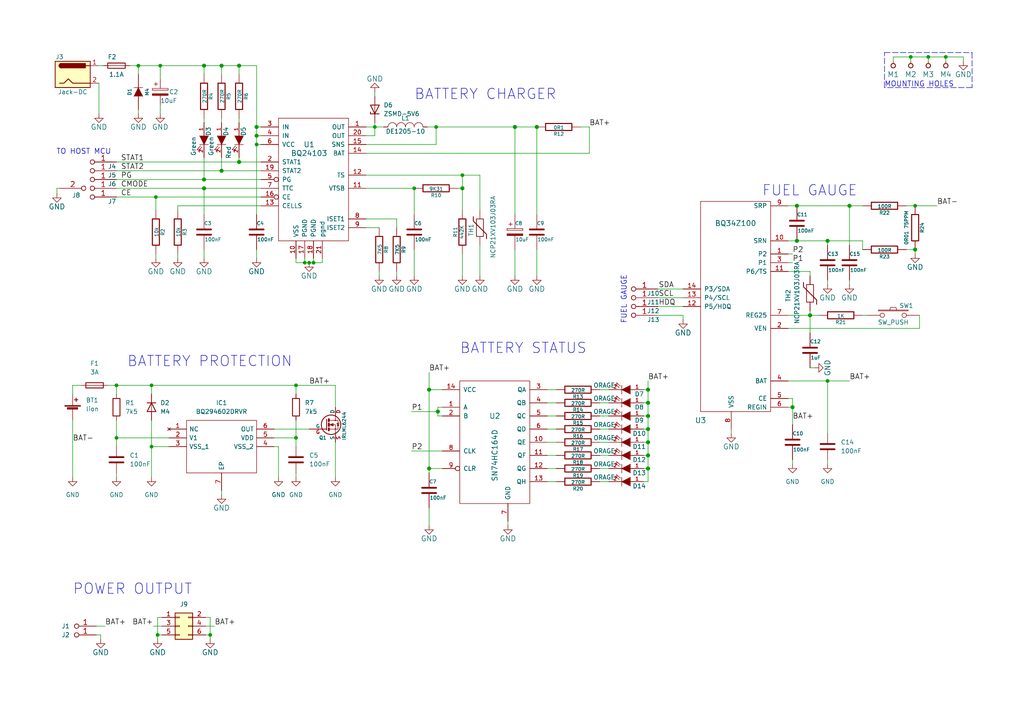
<source format=kicad_sch>
(kicad_sch (version 20211123) (generator eeschema)
  (paper "A4")
  (junction (at 155.702 36.83) (diameter 1.016))
  (junction (at 69.342 46.99) (diameter 1.016))
  (junction (at 240.03 69.85) (diameter 1.016))
  (junction (at 89.662 76.2))
  (junction (at 85.852 111.76))
  (junction (at 85.852 127))
  (junction (at 187.96 120.65) (diameter 1.016))
  (junction (at 187.96 113.03) (diameter 1.016))
  (junction (at 90.932 76.2))
  (junction (at 265.43 59.69))
  (junction (at 127 119.38) (diameter 1.016))
  (junction (at 134.112 50.8))
  (junction (at 246.38 59.69) (diameter 1.016))
  (junction (at 231.14 69.85) (diameter 1.016))
  (junction (at 40.132 19.05))
  (junction (at 265.43 72.39) (diameter 1.016))
  (junction (at 274.32 16.51))
  (junction (at 187.96 132.08) (diameter 1.016))
  (junction (at 46.482 19.05))
  (junction (at 149.352 36.83) (diameter 1.016))
  (junction (at 187.96 116.84) (diameter 1.016))
  (junction (at 234.95 91.44) (diameter 1.016))
  (junction (at 64.262 19.05) (diameter 1.016))
  (junction (at 74.422 39.37) (diameter 1.016))
  (junction (at 264.16 16.51))
  (junction (at 120.142 54.61))
  (junction (at 229.87 118.11) (diameter 1.016))
  (junction (at 187.96 128.27) (diameter 1.016))
  (junction (at 45.212 57.15))
  (junction (at 134.112 54.61) (diameter 1.016))
  (junction (at 59.182 54.61) (diameter 1.016))
  (junction (at 59.182 19.05) (diameter 1.016))
  (junction (at 43.942 111.76))
  (junction (at 126.492 36.83))
  (junction (at 108.712 36.83))
  (junction (at 60.96 184.15))
  (junction (at 64.262 49.53) (diameter 1.016))
  (junction (at 33.782 127))
  (junction (at 74.422 41.91))
  (junction (at 69.342 19.05) (diameter 1.016))
  (junction (at 231.14 59.69) (diameter 1.016))
  (junction (at 74.422 36.83) (diameter 1.016))
  (junction (at 33.782 111.76))
  (junction (at 59.182 52.07) (diameter 1.016))
  (junction (at 43.942 129.54))
  (junction (at 187.96 135.89) (diameter 1.016))
  (junction (at 88.392 76.2))
  (junction (at 124.46 113.03) (diameter 1.016))
  (junction (at 124.46 135.89) (diameter 1.016))
  (junction (at 45.72 184.15))
  (junction (at 240.03 110.49))
  (junction (at 269.24 16.51))
  (junction (at 187.96 124.46) (diameter 1.016))
  (wire (pts (xy 17.272 54.61) (xy 16.51 54.61)))
  (wire (pts (xy 124.46 135.89) (xy 124.46 137.16)))
  (wire (pts (xy 60.96 179.07) (xy 60.96 184.15)))
  (wire (pts (xy 187.96 110.49) (xy 187.96 113.03)))
  (polyline (pts (xy 281.94 25.4) (xy 256.54 25.4)))
  (wire (pts (xy 234.95 106.68) (xy 236.22 106.68)))
  (wire (pts (xy 33.782 52.07) (xy 59.182 52.07)))
  (wire (pts (xy 33.782 129.54) (xy 33.782 127)))
  (wire (pts (xy 228.6 115.57) (xy 229.87 115.57)))
  (wire (pts (xy 228.6 59.69) (xy 231.14 59.69)))
  (wire (pts (xy 97.282 128.27) (xy 97.282 138.43)))
  (wire (pts (xy 21.082 121.92) (xy 21.082 138.43)))
  (wire (pts (xy 250.19 91.44) (xy 251.46 91.44)))
  (wire (pts (xy 88.392 74.93) (xy 88.392 76.2)))
  (wire (pts (xy 80.772 138.43) (xy 80.772 129.54)))
  (wire (pts (xy 186.69 128.27) (xy 187.96 128.27)))
  (wire (pts (xy 33.782 111.76) (xy 33.782 114.3)))
  (wire (pts (xy 27.94 184.15) (xy 29.21 184.15)))
  (wire (pts (xy 265.43 59.69) (xy 271.78 59.69)))
  (wire (pts (xy 59.69 179.07) (xy 60.96 179.07)))
  (wire (pts (xy 93.472 74.93) (xy 93.472 76.2)))
  (wire (pts (xy 16.51 54.61) (xy 16.51 56.134)))
  (wire (pts (xy 28.702 24.13) (xy 28.702 33.02)))
  (wire (pts (xy 59.182 54.61) (xy 59.182 62.23)))
  (wire (pts (xy 80.772 129.54) (xy 79.502 129.54)))
  (wire (pts (xy 186.69 135.89) (xy 187.96 135.89)))
  (wire (pts (xy 158.75 120.65) (xy 161.29 120.65)))
  (wire (pts (xy 274.32 16.51) (xy 269.24 16.51)))
  (wire (pts (xy 234.95 90.17) (xy 234.95 91.44)))
  (polyline (pts (xy 256.54 15.24) (xy 281.94 15.24)))
  (wire (pts (xy 45.212 60.96) (xy 45.212 57.15)))
  (wire (pts (xy 21.082 111.76) (xy 23.622 111.76)))
  (wire (pts (xy 186.69 120.65) (xy 187.96 120.65)))
  (wire (pts (xy 29.21 184.15) (xy 29.21 185.42)))
  (wire (pts (xy 187.96 116.84) (xy 187.96 120.65)))
  (wire (pts (xy 155.702 36.83) (xy 149.352 36.83)))
  (wire (pts (xy 158.75 113.03) (xy 161.29 113.03)))
  (wire (pts (xy 64.262 49.53) (xy 64.262 45.72)))
  (wire (pts (xy 190.754 91.44) (xy 198.12 91.44)))
  (wire (pts (xy 250.19 69.85) (xy 250.19 72.39)))
  (wire (pts (xy 75.692 59.69) (xy 51.562 59.69)))
  (wire (pts (xy 59.182 52.07) (xy 75.692 52.07)))
  (wire (pts (xy 46.482 19.05) (xy 59.182 19.05)))
  (wire (pts (xy 240.03 71.12) (xy 240.03 69.85)))
  (wire (pts (xy 158.75 135.89) (xy 161.29 135.89)))
  (wire (pts (xy 158.75 128.27) (xy 161.29 128.27)))
  (wire (pts (xy 97.282 111.76) (xy 85.852 111.76)))
  (wire (pts (xy 108.712 39.37) (xy 108.712 36.83)))
  (wire (pts (xy 127 119.38) (xy 119.38 119.38)))
  (wire (pts (xy 229.87 133.35) (xy 229.87 134.62)))
  (wire (pts (xy 128.27 113.03) (xy 124.46 113.03)))
  (wire (pts (xy 33.782 111.76) (xy 43.942 111.76)))
  (wire (pts (xy 45.72 184.15) (xy 46.99 184.15)))
  (wire (pts (xy 106.172 39.37) (xy 108.712 39.37)))
  (wire (pts (xy 187.96 139.7) (xy 186.69 139.7)))
  (wire (pts (xy 134.112 54.61) (xy 134.112 60.96)))
  (wire (pts (xy 158.75 139.7) (xy 161.29 139.7)))
  (wire (pts (xy 127 120.65) (xy 127 119.38)))
  (wire (pts (xy 90.932 76.2) (xy 93.472 76.2)))
  (wire (pts (xy 128.27 130.81) (xy 119.38 130.81)))
  (wire (pts (xy 173.99 120.65) (xy 176.53 120.65)))
  (wire (pts (xy 85.852 76.2) (xy 88.392 76.2)))
  (wire (pts (xy 187.96 135.89) (xy 187.96 139.7)))
  (wire (pts (xy 240.03 133.35) (xy 240.03 134.62)))
  (wire (pts (xy 21.082 114.3) (xy 21.082 111.76)))
  (wire (pts (xy 246.38 71.12) (xy 246.38 59.69)))
  (wire (pts (xy 231.14 59.69) (xy 246.38 59.69)))
  (wire (pts (xy 155.702 80.01) (xy 155.702 72.39)))
  (wire (pts (xy 40.132 19.05) (xy 40.132 21.59)))
  (wire (pts (xy 46.482 19.05) (xy 46.482 22.86)))
  (wire (pts (xy 33.782 121.92) (xy 33.782 127)))
  (wire (pts (xy 46.99 179.07) (xy 45.72 179.07)))
  (wire (pts (xy 33.782 46.99) (xy 69.342 46.99)))
  (wire (pts (xy 51.562 73.66) (xy 51.562 74.93)))
  (wire (pts (xy 115.062 63.5) (xy 115.062 66.04)))
  (wire (pts (xy 120.142 62.23) (xy 120.142 54.61)))
  (wire (pts (xy 173.99 116.84) (xy 176.53 116.84)))
  (wire (pts (xy 279.4 17.78) (xy 279.4 16.51)))
  (wire (pts (xy 124.46 113.03) (xy 124.46 135.89)))
  (wire (pts (xy 64.262 142.24) (xy 64.262 143.51)))
  (wire (pts (xy 158.75 116.84) (xy 161.29 116.84)))
  (wire (pts (xy 106.172 54.61) (xy 120.142 54.61)))
  (wire (pts (xy 59.182 21.59) (xy 59.182 19.05)))
  (wire (pts (xy 274.32 17.78) (xy 274.32 16.51)))
  (wire (pts (xy 134.112 50.8) (xy 139.192 50.8)))
  (wire (pts (xy 228.6 69.85) (xy 231.14 69.85)))
  (wire (pts (xy 173.99 128.27) (xy 176.53 128.27)))
  (wire (pts (xy 212.09 125.73) (xy 212.09 124.46)))
  (wire (pts (xy 190.754 83.82) (xy 198.12 83.82)))
  (wire (pts (xy 228.6 91.44) (xy 234.95 91.44)))
  (wire (pts (xy 74.422 41.91) (xy 74.422 39.37)))
  (wire (pts (xy 33.782 57.15) (xy 45.212 57.15)))
  (wire (pts (xy 51.562 59.69) (xy 51.562 60.96)))
  (wire (pts (xy 234.95 96.52) (xy 234.95 91.44)))
  (wire (pts (xy 173.99 132.08) (xy 176.53 132.08)))
  (wire (pts (xy 231.14 69.85) (xy 240.03 69.85)))
  (wire (pts (xy 106.172 63.5) (xy 115.062 63.5)))
  (wire (pts (xy 240.03 110.49) (xy 228.6 110.49)))
  (polyline (pts (xy 281.94 15.24) (xy 281.94 25.4)))
  (wire (pts (xy 64.262 35.56) (xy 64.262 34.29)))
  (wire (pts (xy 40.132 33.02) (xy 40.132 31.75)))
  (wire (pts (xy 187.96 132.08) (xy 187.96 135.89)))
  (wire (pts (xy 132.842 54.61) (xy 134.112 54.61)))
  (wire (pts (xy 173.99 135.89) (xy 176.53 135.89)))
  (wire (pts (xy 85.852 111.76) (xy 85.852 114.3)))
  (wire (pts (xy 33.782 127) (xy 49.022 127)))
  (wire (pts (xy 37.592 19.05) (xy 40.132 19.05)))
  (wire (pts (xy 123.952 36.83) (xy 126.492 36.83)))
  (wire (pts (xy 64.262 19.05) (xy 69.342 19.05)))
  (wire (pts (xy 240.03 110.49) (xy 246.38 110.49)))
  (wire (pts (xy 234.95 91.44) (xy 237.49 91.44)))
  (wire (pts (xy 228.6 76.2) (xy 229.87 76.2)))
  (wire (pts (xy 158.75 124.46) (xy 161.29 124.46)))
  (wire (pts (xy 126.492 41.91) (xy 126.492 36.83)))
  (wire (pts (xy 74.422 41.91) (xy 75.692 41.91)))
  (wire (pts (xy 262.89 59.69) (xy 265.43 59.69)))
  (wire (pts (xy 186.69 113.03) (xy 187.96 113.03)))
  (wire (pts (xy 69.342 21.59) (xy 69.342 19.05)))
  (wire (pts (xy 198.12 91.44) (xy 198.12 92.71)))
  (wire (pts (xy 85.852 121.92) (xy 85.852 127)))
  (wire (pts (xy 59.182 19.05) (xy 64.262 19.05)))
  (wire (pts (xy 228.6 118.11) (xy 229.87 118.11)))
  (wire (pts (xy 85.852 127) (xy 85.852 129.54)))
  (wire (pts (xy 79.502 127) (xy 85.852 127)))
  (wire (pts (xy 108.712 35.56) (xy 108.712 36.83)))
  (wire (pts (xy 127 118.11) (xy 128.27 118.11)))
  (wire (pts (xy 173.99 113.03) (xy 176.53 113.03)))
  (wire (pts (xy 187.96 128.27) (xy 187.96 132.08)))
  (wire (pts (xy 106.172 50.8) (xy 134.112 50.8)))
  (wire (pts (xy 173.99 124.46) (xy 176.53 124.46)))
  (wire (pts (xy 127 119.38) (xy 127 118.11)))
  (wire (pts (xy 240.03 81.28) (xy 240.03 82.55)))
  (wire (pts (xy 85.852 74.93) (xy 85.852 76.2)))
  (wire (pts (xy 228.6 73.66) (xy 229.87 73.66)))
  (wire (pts (xy 79.502 124.46) (xy 89.662 124.46)))
  (wire (pts (xy 40.132 19.05) (xy 46.482 19.05)))
  (wire (pts (xy 124.46 107.95) (xy 124.46 113.03)))
  (wire (pts (xy 190.754 86.36) (xy 198.12 86.36)))
  (wire (pts (xy 59.69 181.61) (xy 62.23 181.61)))
  (polyline (pts (xy 256.54 25.4) (xy 256.54 15.24)))
  (wire (pts (xy 43.942 111.76) (xy 43.942 114.3)))
  (wire (pts (xy 187.96 124.46) (xy 187.96 128.27)))
  (wire (pts (xy 186.69 132.08) (xy 187.96 132.08)))
  (wire (pts (xy 33.782 54.61) (xy 59.182 54.61)))
  (wire (pts (xy 228.6 78.74) (xy 234.95 78.74)))
  (wire (pts (xy 33.782 49.53) (xy 64.262 49.53)))
  (wire (pts (xy 265.43 72.39) (xy 265.43 73.66)))
  (wire (pts (xy 269.24 16.51) (xy 264.16 16.51)))
  (wire (pts (xy 234.95 78.74) (xy 234.95 80.01)))
  (wire (pts (xy 109.982 80.01) (xy 109.982 78.74)))
  (wire (pts (xy 246.38 59.69) (xy 250.19 59.69)))
  (wire (pts (xy 139.192 50.8) (xy 139.192 60.96)))
  (wire (pts (xy 155.702 62.23) (xy 155.702 36.83)))
  (wire (pts (xy 266.7 95.25) (xy 266.7 91.44)))
  (wire (pts (xy 149.352 72.39) (xy 149.352 80.01)))
  (wire (pts (xy 69.342 35.56) (xy 69.342 34.29)))
  (wire (pts (xy 134.112 80.01) (xy 134.112 73.66)))
  (wire (pts (xy 279.4 16.51) (xy 274.32 16.51)))
  (wire (pts (xy 59.182 54.61) (xy 75.692 54.61)))
  (wire (pts (xy 158.75 132.08) (xy 161.29 132.08)))
  (wire (pts (xy 59.182 52.07) (xy 59.182 45.72)))
  (wire (pts (xy 120.142 80.01) (xy 120.142 72.39)))
  (wire (pts (xy 45.212 73.66) (xy 45.212 74.93)))
  (wire (pts (xy 45.212 57.15) (xy 75.692 57.15)))
  (wire (pts (xy 170.942 44.45) (xy 170.942 36.83)))
  (wire (pts (xy 264.16 16.51) (xy 259.08 16.51)))
  (wire (pts (xy 43.942 121.92) (xy 43.942 129.54)))
  (wire (pts (xy 64.262 21.59) (xy 64.262 19.05)))
  (wire (pts (xy 106.172 36.83) (xy 108.712 36.83)))
  (wire (pts (xy 128.27 120.65) (xy 127 120.65)))
  (wire (pts (xy 139.192 71.12) (xy 139.192 80.01)))
  (wire (pts (xy 229.87 115.57) (xy 229.87 118.11)))
  (wire (pts (xy 43.942 129.54) (xy 43.942 138.43)))
  (wire (pts (xy 97.282 111.76) (xy 97.282 118.11)))
  (wire (pts (xy 126.492 36.83) (xy 149.352 36.83)))
  (wire (pts (xy 88.392 76.2) (xy 89.662 76.2)))
  (wire (pts (xy 59.182 74.93) (xy 59.182 72.39)))
  (wire (pts (xy 106.172 41.91) (xy 126.492 41.91)))
  (wire (pts (xy 64.262 49.53) (xy 75.692 49.53)))
  (wire (pts (xy 106.172 66.04) (xy 109.982 66.04)))
  (wire (pts (xy 27.94 181.61) (xy 30.48 181.61)))
  (wire (pts (xy 33.782 137.16) (xy 33.782 138.43)))
  (wire (pts (xy 74.422 74.93) (xy 74.422 72.39)))
  (wire (pts (xy 69.342 46.99) (xy 69.342 45.72)))
  (wire (pts (xy 74.422 62.23) (xy 74.422 41.91)))
  (wire (pts (xy 149.352 36.83) (xy 149.352 62.23)))
  (wire (pts (xy 262.89 72.39) (xy 265.43 72.39)))
  (wire (pts (xy 45.72 185.42) (xy 45.72 184.15)))
  (wire (pts (xy 269.24 17.78) (xy 269.24 16.51)))
  (wire (pts (xy 186.69 124.46) (xy 187.96 124.46)))
  (wire (pts (xy 69.342 46.99) (xy 75.692 46.99)))
  (wire (pts (xy 128.27 135.89) (xy 124.46 135.89)))
  (wire (pts (xy 229.87 118.11) (xy 229.87 123.19)))
  (wire (pts (xy 90.932 74.93) (xy 90.932 76.2)))
  (wire (pts (xy 74.422 39.37) (xy 75.692 39.37)))
  (wire (pts (xy 246.38 82.55) (xy 246.38 81.28)))
  (wire (pts (xy 28.702 19.05) (xy 29.972 19.05)))
  (wire (pts (xy 85.852 137.16) (xy 85.852 138.43)))
  (wire (pts (xy 108.712 36.83) (xy 111.252 36.83)))
  (wire (pts (xy 44.45 181.61) (xy 46.99 181.61)))
  (wire (pts (xy 190.754 88.9) (xy 198.12 88.9)))
  (wire (pts (xy 89.662 76.2) (xy 90.932 76.2)))
  (wire (pts (xy 240.03 125.73) (xy 240.03 110.49)))
  (wire (pts (xy 74.422 36.83) (xy 74.422 39.37)))
  (wire (pts (xy 124.46 147.32) (xy 124.46 152.4)))
  (wire (pts (xy 74.422 19.05) (xy 74.422 36.83)))
  (wire (pts (xy 187.96 113.03) (xy 187.96 116.84)))
  (wire (pts (xy 60.96 184.15) (xy 60.96 185.42)))
  (wire (pts (xy 240.03 69.85) (xy 250.19 69.85)))
  (wire (pts (xy 46.482 30.48) (xy 46.482 33.02)))
  (wire (pts (xy 228.6 95.25) (xy 266.7 95.25)))
  (wire (pts (xy 108.712 26.67) (xy 108.712 27.94)))
  (wire (pts (xy 147.32 152.4) (xy 147.32 151.13)))
  (wire (pts (xy 186.69 116.84) (xy 187.96 116.84)))
  (wire (pts (xy 259.08 16.51) (xy 259.08 17.78)))
  (wire (pts (xy 69.342 19.05) (xy 74.422 19.05)))
  (wire (pts (xy 187.96 120.65) (xy 187.96 124.46)))
  (wire (pts (xy 134.112 50.8) (xy 134.112 54.61)))
  (wire (pts (xy 49.022 129.54) (xy 43.942 129.54)))
  (wire (pts (xy 31.242 111.76) (xy 33.782 111.76)))
  (wire (pts (xy 45.72 179.07) (xy 45.72 184.15)))
  (wire (pts (xy 168.402 36.83) (xy 170.942 36.83)))
  (wire (pts (xy 264.16 17.78) (xy 264.16 16.51)))
  (wire (pts (xy 43.942 111.76) (xy 85.852 111.76)))
  (wire (pts (xy 59.182 35.56) (xy 59.182 34.29)))
  (wire (pts (xy 115.062 80.01) (xy 115.062 78.74)))
  (wire (pts (xy 173.99 139.7) (xy 176.53 139.7)))
  (wire (pts (xy 75.692 36.83) (xy 74.422 36.83)))
  (wire (pts (xy 106.172 44.45) (xy 170.942 44.45)))
  (wire (pts (xy 59.69 184.15) (xy 60.96 184.15)))
  (text "TO HOST MCU" (at 32.258 44.958 180) (effects (font (size 1.524 1.524)) (justify right bottom)))
  (text "BATTERY PROTECTION" (at 36.83 106.68 0) (effects (font (size 2.9972 2.9972)) (justify left bottom)))
  (text "POWER OUTPUT" (at 21.082 172.72 0) (effects (font (size 2.9972 2.9972)) (justify left bottom)))
  (text "FUEL GAUGE" (at 220.98 57.15 0) (effects (font (size 2.9972 2.9972)) (justify left bottom)))
  (text "BATTERY STATUS" (at 133.35 102.87 0) (effects (font (size 2.9972 2.9972)) (justify left bottom)))
  (text "MOUNTING HOLES" (at 256.54 25.4 0) (effects (font (size 1.524 1.524)) (justify left bottom)))
  (text "BATTERY CHARGER" (at 120.142 29.21 0) (effects (font (size 2.9972 2.9972)) (justify left bottom)))
  (text "FUEL GAUGE" (at 181.864 93.98 90) (effects (font (size 1.524 1.524)) (justify left bottom)))
  (label "HDQ" (at 191.008 88.9 0) (effects (font (size 1.524 1.524))))
  (label "BAT+" (at 187.96 110.49 0) (effects (font (size 1.524 1.524))))
  (label "BAT-" (at 271.78 59.69 0) (effects (font (size 1.524 1.524))))
  (label "CMODE" (at 35.052 54.61 0) (effects (font (size 1.524 1.524))))
  (label "P2" (at 229.87 73.66 0) (effects (font (size 1.524 1.524))))
  (label "SDA" (at 191.008 83.82 0) (effects (font (size 1.524 1.524))))
  (label "P2" (at 119.38 130.81 0) (effects (font (size 1.524 1.524))))
  (label "BAT+" (at 229.87 121.92 0) (effects (font (size 1.524 1.524))))
  (label "BAT+" (at 170.942 36.83 0) (effects (font (size 1.524 1.524))))
  (label "BAT+" (at 124.46 107.95 0) (effects (font (size 1.524 1.524))))
  (label "BAT+" (at 246.38 110.49 0) (effects (font (size 1.524 1.524))))
  (label "PG" (at 35.052 52.07 0) (effects (font (size 1.524 1.524))))
  (label "SCL" (at 191.008 86.36 0) (effects (font (size 1.524 1.524))))
  (label "BAT-" (at 21.082 128.27 0) (effects (font (size 1.524 1.524))))
  (label "STAT1" (at 35.052 46.99 0) (effects (font (size 1.524 1.524))))
  (label "BAT+" (at 62.23 181.61 0) (effects (font (size 1.524 1.524))))
  (label "BAT+" (at 44.45 181.61 180) (effects (font (size 1.524 1.524))))
  (label "STAT2" (at 35.052 49.53 0) (effects (font (size 1.524 1.524))))
  (label "P1" (at 119.38 119.38 0) (effects (font (size 1.524 1.524))))
  (label "BAT+" (at 89.662 111.76 0) (effects (font (size 1.524 1.524))))
  (label "BAT+" (at 30.48 181.61 0) (effects (font (size 1.524 1.524))))
  (label "P1" (at 229.87 76.2 0) (effects (font (size 1.524 1.524))))
  (label "CE" (at 35.052 57.15 0) (effects (font (size 1.524 1.524))))
  (symbol (lib_id "LION2CELL01D-rescue:R-RESCUE-LION2CELL01C") (at 167.64 132.08 270) (unit 1)
    (property "Reference" "R18" (at 167.64 134.112 90) (effects (font (size 1.016 1.016))))
    (property "Value" "270R" (at 167.6654 132.2578 90) (effects (font (size 1.016 1.016))))
    (property "Footprint" "Mlab_R:SMD-0805" (effects hide))
  )
  (symbol (lib_id "LION2CELL01D-rescue:C-RESCUE-LION2CELL01C") (at 240.03 76.2 0) (unit 1)
    (property "Reference" "C13" (at 240.03 73.66 0) (effects (font (size 1.016 1.016)) (justify left)))
    (property "Value" "100nF" (at 240.1824 78.359 0) (effects (font (size 1.016 1.016)) (justify left)))
    (property "Footprint" "Mlab_C:SMD-0805" (effects hide))
  )
  (symbol (lib_id "LION2CELL01D-rescue:LED-RESCUE-LION2CELL01C") (at 64.262 40.64 270) (unit 1)
    (property "Reference" "D4" (at 65.532 38.1 0))
    (property "Value" "Green" (at 61.214 42.418 0))
    (property "Footprint" "Mlab_D:LED_1206" (effects hide))
  )
  (symbol (lib_id "Device:R") (at 33.782 118.11 0) (unit 1)
    (property "Reference" "R1" (at 36.322 116.8399 0) (effects (justify left)))
    (property "Value" "7k5" (at 36.322 119.3799 0) (effects (justify left)))
  )
  (symbol (lib_id "LION2CELL01D-rescue:R-RESCUE-LION2CELL01C") (at 69.342 27.94 0) (unit 1)
    (property "Reference" "R6" (at 71.374 27.94 90) (effects (font (size 1.016 1.016))))
    (property "Value" "270R" (at 69.5198 27.9146 90) (effects (font (size 1.016 1.016))))
    (property "Footprint" "Mlab_R:SMD-0805" (effects hide))
  )
  (symbol (lib_id "LION2CELL01D-rescue:GND") (at 124.46 152.4 0) (unit 1)
    (property "Reference" "#PWR024" (effects hide))
    (property "Value" "GND" (at 124.46 156.21 0) (effects (font (size 1.524 1.524))))
  )
  (symbol (lib_id "LION2CELL01D-rescue:GND") (at 155.702 80.01 0) (unit 1)
    (property "Reference" "#PWR029" (effects hide))
    (property "Value" "GND" (at 155.702 83.82 0) (effects (font (size 1.524 1.524))))
  )
  (symbol (lib_id "LION2CELL01D-rescue:R-RESCUE-LION2CELL01C") (at 256.54 72.39 270) (unit 1)
    (property "Reference" "R23" (at 256.54 74.422 90) (effects (font (size 1.016 1.016))))
    (property "Value" "100R" (at 256.5654 72.5678 90) (effects (font (size 1.016 1.016))))
    (property "Footprint" "Mlab_R:SMD-0805" (effects hide))
  )
  (symbol (lib_id "LION2CELL01D-rescue:R-RESCUE-LION2CELL01C") (at 51.562 67.31 0) (unit 1)
    (property "Reference" "R3" (at 53.594 67.31 90) (effects (font (size 1.016 1.016))))
    (property "Value" "10k" (at 51.7398 67.2846 90) (effects (font (size 1.016 1.016))))
    (property "Footprint" "Mlab_R:SMD-0805" (effects hide))
  )
  (symbol (lib_id "Connector_Generic:Conn_02x03_Odd_Even") (at 52.07 181.61 0) (unit 1)
    (property "Reference" "J9" (at 53.34 175.26 0))
    (property "Value" "Conn_02x03_Odd_Even" (effects hide))
  )
  (symbol (lib_id "LION2CELL01D-rescue:LED-RESCUE-LION2CELL01C") (at 181.61 124.46 180) (unit 1)
    (property "Reference" "D10" (at 185.42 125.73 0))
    (property "Value" "ORAGE" (at 175.26 123.19 0))
    (property "Footprint" "Mlab_D:LED_1206" (effects hide))
  )
  (symbol (lib_name "GND_1") (lib_id "power:GND") (at 33.782 138.43 0) (unit 1)
    (property "Reference" "#PWR05" (effects hide))
    (property "Value" "GND" (at 33.782 143.51 0))
  )
  (symbol (lib_id "LION2CELL01D-rescue:JUMP_2x1") (at 180.594 87.63 180) (unit 1)
    (property "Reference" "J13" (at 189.484 92.71 0))
    (property "Value" "JUMP_2x1" (effects hide))
    (property "Footprint" "Mlab_Pin_Headers:Straight_1x02" (effects hide))
  )
  (symbol (lib_id "LION2CELL01D-rescue:C-RESCUE-LION2CELL01C") (at 231.14 64.77 0) (unit 1)
    (property "Reference" "C11" (at 231.14 62.23 0) (effects (font (size 1.016 1.016)) (justify left)))
    (property "Value" "100nF" (at 231.2924 66.929 0) (effects (font (size 1.016 1.016)) (justify left)))
    (property "Footprint" "Mlab_C:SMD-0805" (effects hide))
  )
  (symbol (lib_id "Device:D") (at 43.942 118.11 270) (unit 1)
    (property "Reference" "D2" (at 46.482 116.8399 90) (effects (justify left)))
    (property "Value" "M4" (at 46.482 119.3799 90) (effects (justify left)))
  )
  (symbol (lib_id "Device:R") (at 85.852 118.11 0) (unit 1)
    (property "Reference" "R7" (at 88.392 116.8399 0) (effects (justify left)))
    (property "Value" "7k5" (at 88.392 119.3799 0) (effects (justify left)))
  )
  (symbol (lib_id "LION2CELL01D-rescue:GND") (at 29.21 185.42 0) (unit 1)
    (property "Reference" "#PWR04" (effects hide))
    (property "Value" "GND" (at 29.21 189.23 0) (effects (font (size 1.524 1.524))))
  )
  (symbol (lib_id "Device:C") (at 33.782 133.35 0) (unit 1)
    (property "Reference" "C1" (at 37.592 132.0799 0) (effects (justify left)))
    (property "Value" "100nF" (at 37.592 134.6199 0) (effects (justify left)))
    (property "Footprint" "Mlab_C:SMD-0805" (effects hide))
  )
  (symbol (lib_name "GND_4") (lib_id "power:GND") (at 85.852 138.43 0) (unit 1)
    (property "Reference" "#PWR017" (effects hide))
    (property "Value" "GND" (at 85.852 143.51 0))
  )
  (symbol (lib_id "mlab-default-rescue:HOLE") (at 259.08 19.05 90) (unit 1)
    (property "Reference" "M1" (at 259.08 21.59 90) (effects (font (size 1.524 1.524))))
    (property "Value" "HOLE M3" (effects hide))
    (property "Footprint" "Mlab_Mechanical:MountingHole_3mm" (effects hide))
  )
  (symbol (lib_id "LION2CELL01D-rescue:JUMP_2x1") (at 23.622 45.72 180) (unit 1)
    (property "Reference" "J5" (at 32.512 50.8 0))
    (property "Value" "JUMP_2x1" (effects hide))
    (property "Footprint" "Mlab_Pin_Headers:Straight_1x02" (effects hide))
  )
  (symbol (lib_id "LION2CELL01D-rescue:LED-RESCUE-LION2CELL01C") (at 181.61 116.84 180) (unit 1)
    (property "Reference" "D8" (at 185.42 118.11 0))
    (property "Value" "ORAGE" (at 175.26 115.57 0))
    (property "Footprint" "Mlab_D:LED_1206" (effects hide))
  )
  (symbol (lib_id "LION2CELL01D-rescue:GND") (at 120.142 80.01 0) (unit 1)
    (property "Reference" "#PWR023" (effects hide))
    (property "Value" "GND" (at 120.142 83.82 0) (effects (font (size 1.524 1.524))))
  )
  (symbol (lib_id "LION2CELL01D-rescue:JUMP2_2x1") (at 26.162 54.61 0) (unit 1)
    (property "Reference" "J8" (at 22.098 56.642 0))
    (property "Value" "JUMP2_2x1" (effects hide))
  )
  (symbol (lib_id "LION2CELL01D-rescue:SN74HC164D") (at 142.24 128.27 0) (unit 1)
    (property "Reference" "U2" (at 143.51 120.65 0) (effects (font (size 1.524 1.524))))
    (property "Value" "SN74HC164D" (at 143.51 132.08 90) (effects (font (size 1.524 1.524))))
    (property "Footprint" "Mlab_IO:SO-14" (effects hide))
  )
  (symbol (lib_id "LION2CELL01D-rescue:C-RESCUE-LION2CELL01C") (at 234.95 101.6 0) (unit 1)
    (property "Reference" "C12" (at 234.95 99.06 0) (effects (font (size 1.016 1.016)) (justify left)))
    (property "Value" "1uF" (at 235.1024 103.759 0) (effects (font (size 1.016 1.016)) (justify left)))
    (property "Footprint" "Mlab_C:SMD-0805" (effects hide))
  )
  (symbol (lib_id "LION2CELL01D-rescue:R-RESCUE-LION2CELL01C") (at 109.982 72.39 0) (unit 1)
    (property "Reference" "R8" (at 112.014 72.39 90) (effects (font (size 1.016 1.016))))
    (property "Value" "7K5" (at 110.1598 72.3646 90) (effects (font (size 1.016 1.016))))
    (property "Footprint" "Mlab_R:SMD-0805" (effects hide))
  )
  (symbol (lib_id "LION2CELL01D-rescue:GND") (at 139.192 80.01 0) (unit 1)
    (property "Reference" "#PWR026" (effects hide))
    (property "Value" "GND" (at 139.192 83.82 0) (effects (font (size 1.524 1.524))))
  )
  (symbol (lib_id "LION2CELL01D-rescue:SW_PUSH") (at 259.08 91.44 0) (unit 1)
    (property "Reference" "SW1" (at 262.89 88.646 0))
    (property "Value" "SW_PUSH" (at 259.08 93.472 0))
    (property "Footprint" "Mlab_SW:SW_PUSH_SMALL" (effects hide))
  )
  (symbol (lib_id "LION2CELL01D-rescue:GND") (at 28.702 33.02 0) (unit 1)
    (property "Reference" "#PWR03" (effects hide))
    (property "Value" "GND" (at 28.702 36.83 0) (effects (font (size 1.524 1.524))))
  )
  (symbol (lib_id "LION2CELL01D-rescue:CONN1_1") (at 20.32 180.34 180) (unit 1)
    (property "Reference" "J1" (at 19.05 181.61 0))
    (property "Value" "CONN1_1" (effects hide))
    (property "Footprint" "Mlab_Con:WAGO256" (effects hide))
  )
  (symbol (lib_id "LION2CELL01D-rescue:R-RESCUE-LION2CELL01C") (at 126.492 54.61 270) (unit 1)
    (property "Reference" "R10" (at 126.492 56.642 90) (effects (font (size 1.016 1.016))))
    (property "Value" "9K31" (at 126.5174 54.7878 90) (effects (font (size 1.016 1.016))))
    (property "Footprint" "Mlab_R:SMD-0805" (effects hide))
  )
  (symbol (lib_id "mlab-default-rescue:HOLE") (at 274.32 19.05 90) (unit 1)
    (property "Reference" "M4" (at 274.32 21.59 90) (effects (font (size 1.524 1.524))))
    (property "Value" "HOLE" (effects hide))
    (property "Footprint" "Mlab_Mechanical:MountingHole_3mm" (effects hide))
  )
  (symbol (lib_id "LION2CELL01D-rescue:GND") (at 16.51 56.134 0) (unit 1)
    (property "Reference" "#PWR01" (effects hide))
    (property "Value" "GND" (at 16.51 59.944 0) (effects (font (size 1.524 1.524))))
  )
  (symbol (lib_id "LION2CELL01D-rescue:R-RESCUE-LION2CELL01C") (at 265.43 66.04 0) (unit 1)
    (property "Reference" "R24" (at 267.462 66.04 90) (effects (font (size 1.016 1.016))))
    (property "Value" "0R01 75PPM" (at 262.89 66.04 90) (effects (font (size 1.016 1.016))))
    (property "Footprint" "Mlab_R:SMD-2512" (effects hide))
  )
  (symbol (lib_id "LION2CELL01D-rescue:R-RESCUE-LION2CELL01C") (at 243.84 91.44 270) (unit 1)
    (property "Reference" "R21" (at 243.84 93.472 90) (effects (font (size 1.016 1.016))))
    (property "Value" "1K" (at 243.8654 91.6178 90) (effects (font (size 1.016 1.016))))
    (property "Footprint" "Mlab_R:SMD-0805" (effects hide))
  )
  (symbol (lib_id "LION2CELL01D-rescue:LED-RESCUE-LION2CELL01C") (at 59.182 40.64 270) (unit 1)
    (property "Reference" "D3" (at 60.452 38.1 0))
    (property "Value" "Green" (at 56.134 42.418 0))
    (property "Footprint" "Mlab_D:LED_1206" (effects hide))
  )
  (symbol (lib_id "LION2CELL01D-rescue:GND") (at 212.09 125.73 0) (unit 1)
    (property "Reference" "#PWR031" (effects hide))
    (property "Value" "GND" (at 212.09 129.54 0) (effects (font (size 1.524 1.524))))
  )
  (symbol (lib_id "LION2CELL01D-rescue:R-RESCUE-LION2CELL01C") (at 167.64 128.27 270) (unit 1)
    (property "Reference" "R17" (at 167.64 130.302 90) (effects (font (size 1.016 1.016))))
    (property "Value" "270R" (at 167.6654 128.4478 90) (effects (font (size 1.016 1.016))))
    (property "Footprint" "Mlab_R:SMD-0805" (effects hide))
  )
  (symbol (lib_id "LION2CELL01D-rescue:JUMP_2x1") (at 23.622 48.26 180) (unit 1)
    (property "Reference" "J6" (at 32.512 53.34 0))
    (property "Value" "JUMP_2x1" (effects hide))
    (property "Footprint" "Mlab_Pin_Headers:Straight_1x02" (effects hide))
  )
  (symbol (lib_id "LION2CELL01D-rescue:C-RESCUE-LION2CELL01C") (at 120.142 67.31 0) (unit 1)
    (property "Reference" "C6" (at 120.142 64.77 0) (effects (font (size 1.016 1.016)) (justify left)))
    (property "Value" "100nF" (at 120.2944 69.469 0) (effects (font (size 1.016 1.016)) (justify left)))
    (property "Footprint" "Mlab_C:SMD-0805" (effects hide))
  )
  (symbol (lib_id "LION2CELL01D-rescue:GND") (at 51.562 74.93 0) (unit 1)
    (property "Reference" "#PWR011" (effects hide))
    (property "Value" "GND" (at 51.562 78.74 0) (effects (font (size 1.524 1.524))))
  )
  (symbol (lib_id "power:GND") (at 240.03 134.62 0) (unit 1)
    (property "Reference" "#PWR035" (effects hide))
    (property "Value" "GND" (at 240.03 139.7 0))
  )
  (symbol (lib_id "Device:Fuse") (at 33.782 19.05 90) (unit 1)
    (property "Reference" "F2" (at 32.512 16.51 90))
    (property "Value" "1.1A" (at 33.782 21.59 90))
  )
  (symbol (lib_id "LION2CELL01D-rescue:C-RESCUE-LION2CELL01C") (at 155.702 67.31 0) (unit 1)
    (property "Reference" "C9" (at 155.702 64.77 0) (effects (font (size 1.016 1.016)) (justify left)))
    (property "Value" "100nF" (at 155.8544 69.469 0) (effects (font (size 1.016 1.016)) (justify left)))
    (property "Footprint" "Mlab_C:SMD-0805" (effects hide))
  )
  (symbol (lib_id "BQ294602DRVR:BQ294602DRVR") (at 49.022 124.46 0) (unit 1)
    (property "Reference" "IC1" (at 64.262 116.84 0))
    (property "Value" "BQ294602DRVR" (at 64.262 119.38 0))
    (property "Datasheet" "http://www.ti.com/general/docs/suppproductinfo.tsp?distId=10&gotoUrl=http%3A%2F%2Fwww.ti.com%2Flit%2Fgpn%2Fbq2946" (effects hide))
    (property "Description" "Family Overvoltage Protection Device for 1-Cell Li-Ion Batteries, with 4.35v OVP" (effects hide))
    (property "Height" "0.8" (effects hide))
    (property "Mouser Part Number" "595-BQ294602DRVR" (effects hide))
    (property "Mouser Price/Stock" "https://www.mouser.co.uk/ProductDetail/Texas-Instruments/BQ294602DRVR?qs=3jfYfyvUSwAEHeUsQ5zEVQ%3D%3D" (effects hide))
    (property "Manufacturer_Name" "Texas Instruments" (effects hide))
    (property "Manufacturer_Part_Number" "BQ294602DRVR" (effects hide))
  )
  (symbol (lib_id "mlab-default-rescue:HOLE") (at 269.24 19.05 90) (unit 1)
    (property "Reference" "M3" (at 269.24 21.59 90) (effects (font (size 1.524 1.524))))
    (property "Value" "HOLE" (effects hide))
    (property "Footprint" "Mlab_Mechanical:MountingHole_3mm" (effects hide))
  )
  (symbol (lib_id "LION2CELL01D-rescue:GND") (at 240.03 82.55 0) (unit 1)
    (property "Reference" "#PWR034" (effects hide))
    (property "Value" "GND" (at 240.03 86.36 0) (effects (font (size 1.524 1.524))))
  )
  (symbol (lib_id "LION2CELL01D-rescue:JUMP_2x1") (at 180.594 82.55 180) (unit 1)
    (property "Reference" "J11" (at 189.484 87.63 0))
    (property "Value" "JUMP_2x1" (effects hide))
    (property "Footprint" "Mlab_Pin_Headers:Straight_1x02" (effects hide))
  )
  (symbol (lib_id "LION2CELL01D-rescue:R-RESCUE-LION2CELL01C") (at 167.64 116.84 270) (unit 1)
    (property "Reference" "R14" (at 167.64 118.872 90) (effects (font (size 1.016 1.016))))
    (property "Value" "270R" (at 167.6654 117.0178 90) (effects (font (size 1.016 1.016))))
    (property "Footprint" "Mlab_R:SMD-0805" (effects hide))
  )
  (symbol (lib_id "LION2CELL01D-rescue:GND") (at 64.262 143.51 0) (unit 1)
    (property "Reference" "#PWR014" (effects hide))
    (property "Value" "GND" (at 64.262 147.32 0) (effects (font (size 1.524 1.524))))
  )
  (symbol (lib_id "LION2CELL01D-rescue:C-RESCUE-LION2CELL01C") (at 124.46 142.24 0) (unit 1)
    (property "Reference" "C7" (at 124.46 139.7 0) (effects (font (size 1.016 1.016)) (justify left)))
    (property "Value" "100nF" (at 124.6124 144.399 0) (effects (font (size 1.016 1.016)) (justify left)))
    (property "Footprint" "Mlab_C:SMD-0805" (effects hide))
  )
  (symbol (lib_id "LION2CELL01D-rescue:GND") (at 74.422 74.93 0) (unit 1)
    (property "Reference" "#PWR015" (effects hide))
    (property "Value" "GND" (at 74.422 78.74 0) (effects (font (size 1.524 1.524))))
  )
  (symbol (lib_id "LION2CELL01D-rescue:R-RESCUE-LION2CELL01C") (at 162.052 36.83 270) (unit 1)
    (property "Reference" "R12" (at 162.052 38.862 90) (effects (font (size 1.016 1.016))))
    (property "Value" "0R1" (at 162.0774 37.0078 90) (effects (font (size 1.016 1.016))))
    (property "Footprint" "Resistors_SMD:R_2512" (effects hide))
  )
  (symbol (lib_id "LION2CELL01D-rescue:C-RESCUE-LION2CELL01C") (at 59.182 67.31 0) (unit 1)
    (property "Reference" "C3" (at 59.182 64.77 0) (effects (font (size 1.016 1.016)) (justify left)))
    (property "Value" "100nF" (at 59.3344 69.469 0) (effects (font (size 1.016 1.016)) (justify left)))
    (property "Footprint" "Mlab_C:SMD-0805" (effects hide))
  )
  (symbol (lib_id "LION2CELL01D-rescue:GND") (at 265.43 73.66 0) (unit 1)
    (property "Reference" "#PWR037" (effects hide))
    (property "Value" "GND" (at 265.43 77.47 0) (effects (font (size 1.524 1.524))))
  )
  (symbol (lib_id "Device:C") (at 240.03 129.54 0) (unit 1)
    (property "Reference" "C14" (at 243.84 128.2699 0) (effects (justify left)))
    (property "Value" "100nF" (at 243.84 130.8099 0) (effects (justify left)))
    (property "Footprint" "Mlab_C:SMD-0805" (effects hide))
  )
  (symbol (lib_id "LION2CELL01D-rescue:C-RESCUE-LION2CELL01C") (at 246.38 76.2 0) (unit 1)
    (property "Reference" "C15" (at 246.38 73.66 0) (effects (font (size 1.016 1.016)) (justify left)))
    (property "Value" "100nF" (at 246.5324 78.359 0) (effects (font (size 1.016 1.016)) (justify left)))
    (property "Footprint" "Mlab_R:SMD-0805" (effects hide))
  )
  (symbol (lib_name "GND_4") (lib_id "power:GND") (at 97.282 138.43 0) (unit 1)
    (property "Reference" "#PWR019" (effects hide))
    (property "Value" "GND" (at 97.282 143.51 0))
  )
  (symbol (lib_id "LION2CELL01D-rescue:BQ34Z100") (at 212.09 74.93 0) (unit 1)
    (property "Reference" "U3" (at 203.2 121.92 0) (effects (font (size 1.524 1.524))))
    (property "Value" "BQ34Z100" (at 213.36 64.77 0) (effects (font (size 1.524 1.524))))
    (property "Footprint" "Mlab_IO:TSSOP-14_4.4x5mm_Pitch0.65mm" (effects hide))
  )
  (symbol (lib_id "LION2CELL01D-rescue:GND") (at 108.712 26.67 180) (unit 1)
    (property "Reference" "#PWR020" (effects hide))
    (property "Value" "GND" (at 108.712 22.86 0) (effects (font (size 1.524 1.524))))
  )
  (symbol (lib_id "LION2CELL01D-rescue:R-RESCUE-LION2CELL01C") (at 45.212 67.31 0) (unit 1)
    (property "Reference" "R2" (at 47.244 67.31 90) (effects (font (size 1.016 1.016))))
    (property "Value" "10k" (at 45.3898 67.2846 90) (effects (font (size 1.016 1.016))))
    (property "Footprint" "Mlab_R:SMD-0805" (effects hide))
  )
  (symbol (lib_id "LION2CELL01D-rescue:LED-RESCUE-LION2CELL01C") (at 181.61 139.7 180) (unit 1)
    (property "Reference" "D14" (at 185.42 140.97 0))
    (property "Value" "ORAGE" (at 175.26 138.43 0))
    (property "Footprint" "Mlab_D:LED_1206" (effects hide))
  )
  (symbol (lib_id "LION2CELL01D-rescue:C-RESCUE-LION2CELL01C") (at 74.422 67.31 0) (unit 1)
    (property "Reference" "C4" (at 74.422 64.77 0) (effects (font (size 1.016 1.016)) (justify left)))
    (property "Value" "100nF" (at 74.5744 69.469 0) (effects (font (size 1.016 1.016)) (justify left)))
    (property "Footprint" "Mlab_C:SMD-0805" (effects hide))
  )
  (symbol (lib_id "LION2CELL01D-rescue:R-RESCUE-LION2CELL01C") (at 256.54 59.69 270) (unit 1)
    (property "Reference" "R22" (at 256.54 61.722 90) (effects (font (size 1.016 1.016))))
    (property "Value" "100R" (at 256.5654 59.8678 90) (effects (font (size 1.016 1.016))))
    (property "Footprint" "Mlab_R:SMD-0805" (effects hide))
  )
  (symbol (lib_id "mlab-default-rescue:HOLE") (at 264.16 19.05 90) (unit 1)
    (property "Reference" "M2" (at 264.16 21.59 90) (effects (font (size 1.524 1.524))))
    (property "Value" "HOLE M3" (effects hide))
    (property "Footprint" "Mlab_Mechanical:MountingHole_3mm" (effects hide))
  )
  (symbol (lib_id "LION2CELL01D-rescue:LED-RESCUE-LION2CELL01C") (at 181.61 135.89 180) (unit 1)
    (property "Reference" "D13" (at 185.42 137.16 0))
    (property "Value" "ORAGE" (at 175.26 134.62 0))
    (property "Footprint" "Mlab_D:LED_1206" (effects hide))
  )
  (symbol (lib_id "LION2CELL01D-rescue:R-RESCUE-LION2CELL01C") (at 167.64 120.65 270) (unit 1)
    (property "Reference" "R15" (at 167.64 122.682 90) (effects (font (size 1.016 1.016))))
    (property "Value" "270R" (at 167.6654 120.8278 90) (effects (font (size 1.016 1.016))))
    (property "Footprint" "Mlab_R:SMD-0805" (effects hide))
  )
  (symbol (lib_id "LION2CELL01D-rescue:MOSFET-N") (at 94.742 123.19 0) (unit 1)
    (property "Reference" "Q1" (at 94.742 126.9746 0) (effects (font (size 1.016 1.016)) (justify right)))
    (property "Value" "IRLML6244" (at 99.822 119.38 90) (effects (font (size 1.016 1.016)) (justify right)))
    (property "Footprint" "Mlab_T:SOT-23" (effects hide))
  )
  (symbol (lib_id "LION2CELL01D-rescue:GND") (at 46.482 33.02 0) (unit 1)
    (property "Reference" "#PWR010" (effects hide))
    (property "Value" "GND" (at 46.482 36.83 0) (effects (font (size 1.524 1.524))))
  )
  (symbol (lib_id "Connector:Jack-DC") (at 21.082 21.59 0) (unit 1)
    (property "Reference" "J3" (at 17.272 16.51 0))
    (property "Value" "Jack-DC" (at 21.082 26.67 0))
  )
  (symbol (lib_name "GND_2") (lib_id "power:GND") (at 21.082 138.43 0) (unit 1)
    (property "Reference" "#PWR02" (effects hide))
    (property "Value" "GND" (at 21.082 143.51 0))
  )
  (symbol (lib_id "LION2CELL01D-rescue:LED-RESCUE-LION2CELL01C") (at 181.61 113.03 180) (unit 1)
    (property "Reference" "D7" (at 185.42 114.3 0))
    (property "Value" "ORAGE" (at 175.26 111.76 0))
    (property "Footprint" "Mlab_D:LED_1206" (effects hide))
  )
  (symbol (lib_id "LION2CELL01D-rescue:LED-RESCUE-LION2CELL01C") (at 181.61 120.65 180) (unit 1)
    (property "Reference" "D9" (at 185.42 121.92 0))
    (property "Value" "ORAGE" (at 175.26 119.38 0))
    (property "Footprint" "Mlab_D:LED_1206" (effects hide))
  )
  (symbol (lib_id "LION2CELL01D-rescue:CP2") (at 149.352 67.31 0) (unit 1)
    (property "Reference" "C8" (at 149.352 64.77 0) (effects (font (size 1.016 1.016)) (justify left)))
    (property "Value" "10uF" (at 149.5044 69.469 0) (effects (font (size 1.016 1.016)) (justify left)))
    (property "Footprint" "Mlab_C:TantalC_SizeD_Reflow" (effects hide))
  )
  (symbol (lib_name "GND_3") (lib_id "power:GND") (at 43.942 138.43 0) (unit 1)
    (property "Reference" "#PWR07" (effects hide))
    (property "Value" "GND" (at 43.942 143.51 0))
  )
  (symbol (lib_id "LION2CELL01D-rescue:GND") (at 59.182 74.93 0) (unit 1)
    (property "Reference" "#PWR012" (effects hide))
    (property "Value" "GND" (at 59.182 78.74 0) (effects (font (size 1.524 1.524))))
  )
  (symbol (lib_id "Device:C") (at 85.852 133.35 0) (unit 1)
    (property "Reference" "C5" (at 89.662 132.0799 0) (effects (justify left)))
    (property "Value" "100nF" (at 89.662 134.6199 0) (effects (justify left)))
    (property "Footprint" "Mlab_C:SMD-0805" (effects hide))
  )
  (symbol (lib_id "LION2CELL01D-rescue:GND") (at 246.38 82.55 0) (unit 1)
    (property "Reference" "#PWR036" (effects hide))
    (property "Value" "GND" (at 246.38 86.36 0) (effects (font (size 1.524 1.524))))
  )
  (symbol (lib_id "LION2CELL01D-rescue:GND") (at 147.32 152.4 0) (unit 1)
    (property "Reference" "#PWR027" (effects hide))
    (property "Value" "GND" (at 147.32 156.21 0) (effects (font (size 1.524 1.524))))
  )
  (symbol (lib_id "power:GND") (at 229.87 134.62 0) (unit 1)
    (property "Reference" "#PWR032" (effects hide))
    (property "Value" "GND" (at 229.87 139.7 0))
  )
  (symbol (lib_id "Device:Thermistor") (at 139.192 66.04 0) (unit 1)
    (property "Reference" "TH1" (at 136.652 68.58 90) (effects (justify left)))
    (property "Value" "NCP21XV103J03RA" (at 143.002 74.93 90) (effects (justify left)))
  )
  (symbol (lib_id "LION2CELL01D-rescue:GND") (at 45.212 74.93 0) (unit 1)
    (property "Reference" "#PWR08" (effects hide))
    (property "Value" "GND" (at 45.212 78.74 0) (effects (font (size 1.524 1.524))))
  )
  (symbol (lib_id "LION2CELL01D-rescue:GND") (at 40.132 33.02 0) (unit 1)
    (property "Reference" "#PWR06" (effects hide))
    (property "Value" "GND" (at 40.132 36.83 0) (effects (font (size 1.524 1.524))))
  )
  (symbol (lib_id "Device:Thermistor") (at 234.95 85.09 0) (unit 1)
    (property "Reference" "TH2" (at 228.6 87.63 90) (effects (justify left)))
    (property "Value" "NCP21XV103J03RA" (at 231.14 93.98 90) (effects (justify left)))
  )
  (symbol (lib_id "LION2CELL01D-rescue:R-RESCUE-LION2CELL01C") (at 167.64 113.03 270) (unit 1)
    (property "Reference" "R13" (at 167.64 115.062 90) (effects (font (size 1.016 1.016))))
    (property "Value" "270R" (at 167.6654 113.2078 90) (effects (font (size 1.016 1.016))))
    (property "Footprint" "Mlab_R:SMD-0805" (effects hide))
  )
  (symbol (lib_id "LION2CELL01D-rescue:BQ24103") (at 89.662 52.07 0) (unit 1)
    (property "Reference" "U1" (at 89.662 41.91 0) (effects (font (size 1.524 1.524))))
    (property "Value" "BQ24103" (at 89.662 44.45 0) (effects (font (size 1.524 1.524))))
    (property "Footprint" "Mlab_IO:VQFN-20" (effects hide))
  )
  (symbol (lib_id "LION2CELL01D-rescue:R-RESCUE-LION2CELL01C") (at 115.062 72.39 0) (unit 1)
    (property "Reference" "R9" (at 117.094 72.39 90) (effects (font (size 1.016 1.016))))
    (property "Value" "7K5" (at 115.2398 72.3646 90) (effects (font (size 1.016 1.016))))
    (property "Footprint" "Mlab_R:SMD-0805" (effects hide))
  )
  (symbol (lib_id "LION2CELL01D-rescue:LED-RESCUE-LION2CELL01C") (at 181.61 128.27 180) (unit 1)
    (property "Reference" "D11" (at 185.42 129.54 0))
    (property "Value" "ORAGE" (at 175.26 127 0))
    (property "Footprint" "Mlab_D:LED_1206" (effects hide))
  )
  (symbol (lib_id "mlab-default-rescue:GND") (at 279.4 17.78 0) (unit 1)
    (property "Reference" "#PWR038" (effects hide))
    (property "Value" "GND" (at 279.4 21.59 0) (effects (font (size 1.524 1.524))))
  )
  (symbol (lib_id "LION2CELL01D-rescue:JUMP_2x1") (at 180.594 80.01 180) (unit 1)
    (property "Reference" "J10" (at 189.484 85.09 0))
    (property "Value" "JUMP_2x1" (effects hide))
    (property "Footprint" "Mlab_Pin_Headers:Straight_1x02" (effects hide))
  )
  (symbol (lib_id "LION2CELL01D-rescue:R-RESCUE-LION2CELL01C") (at 64.262 27.94 0) (unit 1)
    (property "Reference" "R5" (at 66.294 27.94 90) (effects (font (size 1.016 1.016))))
    (property "Value" "270R" (at 64.4398 27.9146 90) (effects (font (size 1.016 1.016))))
    (property "Footprint" "Mlab_R:SMD-0805" (effects hide))
  )
  (symbol (lib_id "LION2CELL01D-rescue:GND") (at 115.062 80.01 0) (unit 1)
    (property "Reference" "#PWR022" (effects hide))
    (property "Value" "GND" (at 115.062 83.82 0) (effects (font (size 1.524 1.524))))
  )
  (symbol (lib_id "LION2CELL01D-rescue:LED-RESCUE-LION2CELL01C") (at 69.342 40.64 270) (unit 1)
    (property "Reference" "D5" (at 70.612 38.1 0))
    (property "Value" "Red" (at 66.294 44.196 0))
    (property "Footprint" "Mlab_D:LED_1206" (effects hide))
  )
  (symbol (lib_id "Device:Fuse") (at 27.432 111.76 90) (unit 1)
    (property "Reference" "F1" (at 27.432 105.41 90))
    (property "Value" "3A" (at 27.432 107.95 90))
  )
  (symbol (lib_id "LION2CELL01D-rescue:GND") (at 149.352 80.01 0) (unit 1)
    (property "Reference" "#PWR028" (effects hide))
    (property "Value" "GND" (at 149.352 83.82 0) (effects (font (size 1.524 1.524))))
  )
  (symbol (lib_id "LION2CELL01D-rescue:R-RESCUE-LION2CELL01C") (at 167.64 135.89 270) (unit 1)
    (property "Reference" "R19" (at 167.64 137.922 90) (effects (font (size 1.016 1.016))))
    (property "Value" "270R" (at 167.6654 136.0678 90) (effects (font (size 1.016 1.016))))
    (property "Footprint" "Mlab_R:SMD-0805" (effects hide))
  )
  (symbol (lib_id "LION2CELL01D-rescue:R-RESCUE-LION2CELL01C") (at 167.64 139.7 270) (unit 1)
    (property "Reference" "R20" (at 167.64 141.732 90) (effects (font (size 1.016 1.016))))
    (property "Value" "270R" (at 167.6654 139.8778 90) (effects (font (size 1.016 1.016))))
    (property "Footprint" "Mlab_R:SMD-0805" (effects hide))
  )
  (symbol (lib_id "LION2CELL01D-rescue:GND") (at 45.72 185.42 0) (unit 1)
    (property "Reference" "#PWR09" (effects hide))
    (property "Value" "GND" (at 45.72 189.23 0) (effects (font (size 1.524 1.524))))
  )
  (symbol (lib_id "LION2CELL01D-rescue:GND") (at 198.12 92.71 0) (unit 1)
    (property "Reference" "#PWR030" (effects hide))
    (property "Value" "GND" (at 198.12 96.52 0) (effects (font (size 1.524 1.524))))
  )
  (symbol (lib_id "LION2CELL01D-rescue:GND") (at 236.22 106.68 90) (unit 1)
    (property "Reference" "#PWR033" (effects hide))
    (property "Value" "GND" (at 240.03 106.68 0) (effects (font (size 1.524 1.524))))
  )
  (symbol (lib_id "LION2CELL01D-rescue:GND") (at 134.112 80.01 0) (unit 1)
    (property "Reference" "#PWR025" (effects hide))
    (property "Value" "GND" (at 134.112 83.82 0) (effects (font (size 1.524 1.524))))
  )
  (symbol (lib_id "LION2CELL01D-rescue:JUMP_2x1") (at 23.622 53.34 180) (unit 1)
    (property "Reference" "J7" (at 32.512 58.42 0))
    (property "Value" "JUMP_2x1" (effects hide))
    (property "Footprint" "Mlab_Pin_Headers:Straight_1x02" (effects hide))
  )
  (symbol (lib_id "LION2CELL01D-rescue:LED-RESCUE-LION2CELL01C") (at 181.61 132.08 180) (unit 1)
    (property "Reference" "D12" (at 185.42 133.35 0))
    (property "Value" "ORAGE" (at 175.26 130.81 0))
    (property "Footprint" "Mlab_D:LED_1206" (effects hide))
  )
  (symbol (lib_id "Device:Battery_Cell") (at 21.082 119.38 0) (unit 1)
    (property "Reference" "BT1" (at 24.892 116.0779 0) (effects (justify left)))
    (property "Value" "lion" (at 24.892 118.6179 0) (effects (justify left)))
  )
  (symbol (lib_name "GND_5") (lib_id "power:GND") (at 80.772 138.43 0) (unit 1)
    (property "Reference" "#PWR016" (effects hide))
    (property "Value" "GND" (at 80.772 143.51 0))
  )
  (symbol (lib_id "LION2CELL01D-rescue:GND") (at 60.96 185.42 0) (unit 1)
    (property "Reference" "#PWR013" (effects hide))
    (property "Value" "GND" (at 60.96 189.23 0) (effects (font (size 1.524 1.524))))
  )
  (symbol (lib_id "LION2CELL01D-rescue:GND") (at 89.662 76.2 0) (unit 1)
    (property "Reference" "#PWR018" (effects hide))
    (property "Value" "GND" (at 89.662 80.01 0) (effects (font (size 1.524 1.524))))
  )
  (symbol (lib_id "LION2CELL01D-rescue:R-RESCUE-LION2CELL01C") (at 167.64 124.46 270) (unit 1)
    (property "Reference" "R16" (at 167.64 126.492 90) (effects (font (size 1.016 1.016))))
    (property "Value" "270R" (at 167.6654 124.6378 90) (effects (font (size 1.016 1.016))))
    (property "Footprint" "Mlab_R:SMD-0805" (effects hide))
  )
  (symbol (lib_id "Device:C_Polarized") (at 46.482 26.67 0) (unit 1)
    (property "Reference" "C2" (at 49.022 26.67 0) (effects (justify left)))
    (property "Value" "10uF" (at 46.482 29.21 0) (effects (justify left)))
    (property "Footprint" "Mlab_C:TantalC_SizeD_Reflow" (effects hide))
  )
  (symbol (lib_id "LION2CELL01D-rescue:R-RESCUE-LION2CELL01C") (at 134.112 67.31 180) (unit 1)
    (property "Reference" "R11" (at 132.08 67.31 90) (effects (font (size 1.016 1.016))))
    (property "Value" "442K" (at 133.9342 67.3354 90) (effects (font (size 1.016 1.016))))
    (property "Footprint" "Mlab_R:SMD-0805" (effects hide))
  )
  (symbol (lib_id "LION2CELL01D-rescue:JUMP_2x1") (at 23.622 43.18 180) (unit 1)
    (property "Reference" "J4" (at 32.512 48.26 0))
    (property "Value" "JUMP_2x1" (effects hide))
    (property "Footprint" "Mlab_Pin_Headers:Straight_1x02" (effects hide))
  )
  (symbol (lib_id "LION2CELL01D-rescue:GND") (at 109.982 80.01 0) (unit 1)
    (property "Reference" "#PWR021" (effects hide))
    (property "Value" "GND" (at 109.982 83.82 0) (effects (font (size 1.524 1.524))))
  )
  (symbol (lib_id "LION2CELL01D-rescue:CONN1_1") (at 20.32 182.88 180) (unit 1)
    (property "Reference" "J2" (at 19.05 184.15 0))
    (property "Value" "CONN1_1" (effects hide))
    (property "Footprint" "Mlab_Con:WAGO256" (effects hide))
  )
  (symbol (lib_id "LION2CELL01D-rescue:JUMP_2x1") (at 180.594 85.09 180) (unit 1)
    (property "Reference" "J12" (at 189.484 90.17 0))
    (property "Value" "JUMP_2x1" (effects hide))
    (property "Footprint" "Mlab_Pin_Headers:Straight_1x02" (effects hide))
  )
  (symbol (lib_id "LION2CELL01D-rescue:R-RESCUE-LION2CELL01C") (at 59.182 27.94 0) (unit 1)
    (property "Reference" "R4" (at 61.214 27.94 90) (effects (font (size 1.016 1.016))))
    (property "Value" "270R" (at 59.3598 27.9146 90) (effects (font (size 1.016 1.016))))
    (property "Footprint" "Mlab_R:SMD-0805" (effects hide))
  )
  (symbol (lib_id "LION2CELL01D-rescue:DIODE") (at 40.132 26.67 90) (unit 1)
    (property "Reference" "D1" (at 37.592 26.67 0) (effects (font (size 1.016 1.016))))
    (property "Value" "M4" (at 42.672 26.67 0) (effects (font (size 1.016 1.016))))
    (property "Footprint" "Mlab_D:SMA_Standard" (effects hide))
  )
  (symbol (lib_id "Device:D_Zener") (at 108.712 31.75 90) (unit 1)
    (property "Reference" "D6" (at 111.252 30.4799 90) (effects (justify right)))
    (property "Value" "ZSMD-5V6" (at 111.252 33.0199 90) (effects (justify right)))
  )
  (symbol (lib_id "LION2CELL01D-rescue:INDUCTOR_SMALL") (at 117.602 36.83 0) (unit 1)
    (property "Reference" "L1" (at 117.602 34.29 0))
    (property "Value" "DE1205-10" (at 117.602 38.1 0))
    (property "Footprint" "Mlab_L:DE1205-10" (effects hide))
  )
  (symbol (lib_id "LION2CELL01D-rescue:C-RESCUE-LION2CELL01C") (at 229.87 128.27 0) (unit 1)
    (property "Reference" "C10" (at 229.87 125.73 0) (effects (font (size 1.016 1.016)) (justify left)))
    (property "Value" "100nF" (at 230.0224 130.429 0) (effects (font (size 1.016 1.016)) (justify left)))
    (property "Footprint" "Mlab_C:SMD-0805" (effects hide))
  )
)
</source>
